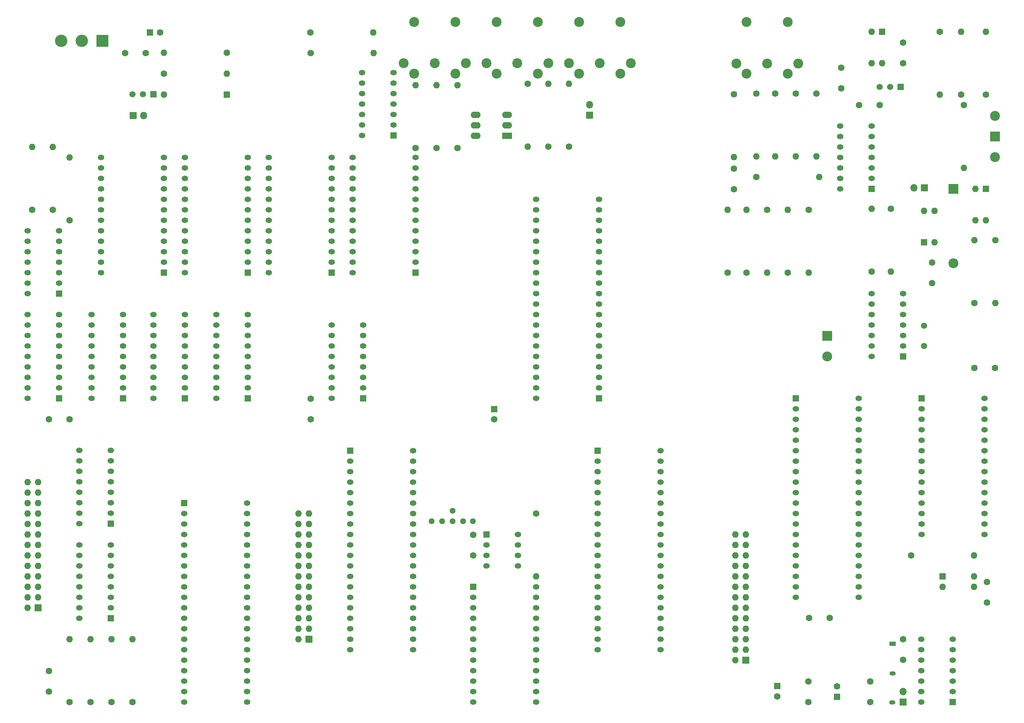
<source format=gbr>
%TF.GenerationSoftware,KiCad,Pcbnew,7.0.1*%
%TF.CreationDate,2023-11-29T11:44:19+01:00*%
%TF.ProjectId,DLP,444c502e-6b69-4636-9164-5f7063625858,rev?*%
%TF.SameCoordinates,Original*%
%TF.FileFunction,Soldermask,Top*%
%TF.FilePolarity,Negative*%
%FSLAX46Y46*%
G04 Gerber Fmt 4.6, Leading zero omitted, Abs format (unit mm)*
G04 Created by KiCad (PCBNEW 7.0.1) date 2023-11-29 11:44:19*
%MOMM*%
%LPD*%
G01*
G04 APERTURE LIST*
%ADD10R,1.600000X1.600000*%
%ADD11O,1.600000X1.300000*%
%ADD12O,1.600000X1.600000*%
%ADD13C,1.440000*%
%ADD14C,1.600000*%
%ADD15R,2.400000X2.400000*%
%ADD16O,2.400000X2.400000*%
%ADD17C,1.500000*%
%ADD18R,3.000000X3.000000*%
%ADD19O,3.000000X3.000000*%
%ADD20R,2.400000X1.600000*%
%ADD21O,2.400000X1.600000*%
%ADD22R,1.500000X1.500000*%
%ADD23R,1.800000X1.800000*%
%ADD24O,1.800000X1.800000*%
%ADD25R,1.500000X1.050000*%
%ADD26O,1.500000X1.050000*%
%ADD27R,1.700000X1.700000*%
%ADD28C,2.400000*%
G04 APERTURE END LIST*
D10*
%TO.C,D101*%
X292100000Y-146040000D03*
D11*
X292100000Y-143500000D03*
X292100000Y-140960000D03*
X292100000Y-138420000D03*
X292100000Y-135880000D03*
X292100000Y-133340000D03*
X292100000Y-130800000D03*
X284480000Y-130800000D03*
X284480000Y-133340000D03*
X284480000Y-135880000D03*
X284480000Y-138420000D03*
X284480000Y-140960000D03*
X284480000Y-143500000D03*
X284480000Y-146040000D03*
%TD*%
D10*
%TO.C,D102*%
X304120000Y-229870000D03*
D11*
X304120000Y-227330000D03*
X304120000Y-224790000D03*
X304120000Y-222250000D03*
X304120000Y-219710000D03*
X304120000Y-217170000D03*
X304120000Y-214630000D03*
X296500000Y-214630000D03*
X296500000Y-217170000D03*
X296500000Y-219710000D03*
X296500000Y-222250000D03*
X296500000Y-224790000D03*
X296500000Y-227330000D03*
X296500000Y-229870000D03*
%TD*%
D10*
%TO.C,D104*%
X218440000Y-156210000D03*
D11*
X218440000Y-153670000D03*
X218440000Y-151130000D03*
X218440000Y-148590000D03*
X218440000Y-146050000D03*
X218440000Y-143510000D03*
X218440000Y-140970000D03*
X218440000Y-138430000D03*
X218440000Y-135890000D03*
X218440000Y-133350000D03*
X218440000Y-130810000D03*
X218440000Y-128270000D03*
X218440000Y-125730000D03*
X218440000Y-123190000D03*
X218440000Y-120650000D03*
X218440000Y-118110000D03*
X218440000Y-115570000D03*
X218440000Y-113030000D03*
X218440000Y-110490000D03*
X218440000Y-107950000D03*
X203200000Y-107950000D03*
X203200000Y-110490000D03*
X203200000Y-113030000D03*
X203200000Y-115570000D03*
X203200000Y-118110000D03*
X203200000Y-120650000D03*
X203200000Y-123190000D03*
X203200000Y-125730000D03*
X203200000Y-128270000D03*
X203200000Y-130810000D03*
X203200000Y-133350000D03*
X203200000Y-135890000D03*
X203200000Y-138430000D03*
X203200000Y-140970000D03*
X203200000Y-143510000D03*
X203200000Y-146050000D03*
X203200000Y-148590000D03*
X203200000Y-151130000D03*
X203200000Y-153670000D03*
X203200000Y-156210000D03*
%TD*%
D10*
%TO.C,D105*%
X161290000Y-156210000D03*
D11*
X161290000Y-153670000D03*
X161290000Y-151130000D03*
X161290000Y-148590000D03*
X161290000Y-146050000D03*
X161290000Y-143510000D03*
X161290000Y-140970000D03*
X161290000Y-138430000D03*
X153670000Y-138430000D03*
X153670000Y-140970000D03*
X153670000Y-143510000D03*
X153670000Y-146050000D03*
X153670000Y-148590000D03*
X153670000Y-151130000D03*
X153670000Y-153670000D03*
X153670000Y-156210000D03*
%TD*%
D10*
%TO.C,N101*%
X312120000Y-105410000D03*
D12*
X309580000Y-105410000D03*
X309580000Y-113030000D03*
X312120000Y-113030000D03*
%TD*%
D13*
%TO.C,RV45*%
X177880000Y-186015000D03*
X180380000Y-186015000D03*
X182920000Y-186015000D03*
X182920000Y-183475000D03*
X185460000Y-186015000D03*
X187880000Y-186015000D03*
%TD*%
D10*
%TO.C,D129*%
X158120000Y-168910000D03*
D11*
X158120000Y-171450000D03*
X158120000Y-173990000D03*
X158120000Y-176530000D03*
X158120000Y-179070000D03*
X158120000Y-181610000D03*
X158120000Y-184150000D03*
X158120000Y-186690000D03*
X158120000Y-189230000D03*
X158120000Y-191770000D03*
X158120000Y-194310000D03*
X158120000Y-196850000D03*
X158120000Y-199390000D03*
X158120000Y-201930000D03*
X158120000Y-204470000D03*
X158120000Y-207010000D03*
X158120000Y-209550000D03*
X158120000Y-212090000D03*
X158120000Y-214630000D03*
X158120000Y-217170000D03*
X173360000Y-217170000D03*
X173360000Y-214630000D03*
X173360000Y-212090000D03*
X173360000Y-209550000D03*
X173360000Y-207010000D03*
X173360000Y-204470000D03*
X173360000Y-201930000D03*
X173360000Y-199390000D03*
X173360000Y-196850000D03*
X173360000Y-194310000D03*
X173360000Y-191770000D03*
X173360000Y-189230000D03*
X173360000Y-186690000D03*
X173360000Y-184150000D03*
X173360000Y-181610000D03*
X173360000Y-179070000D03*
X173360000Y-176530000D03*
X173360000Y-173990000D03*
X173360000Y-171450000D03*
X173360000Y-168910000D03*
%TD*%
D10*
%TO.C,D130*%
X218120000Y-168910000D03*
D11*
X218120000Y-171450000D03*
X218120000Y-173990000D03*
X218120000Y-176530000D03*
X218120000Y-179070000D03*
X218120000Y-181610000D03*
X218120000Y-184150000D03*
X218120000Y-186690000D03*
X218120000Y-189230000D03*
X218120000Y-191770000D03*
X218120000Y-194310000D03*
X218120000Y-196850000D03*
X218120000Y-199390000D03*
X218120000Y-201930000D03*
X218120000Y-204470000D03*
X218120000Y-207010000D03*
X218120000Y-209550000D03*
X218120000Y-212090000D03*
X218120000Y-214630000D03*
X218120000Y-217170000D03*
X233360000Y-217170000D03*
X233360000Y-214630000D03*
X233360000Y-212090000D03*
X233360000Y-209550000D03*
X233360000Y-207010000D03*
X233360000Y-204470000D03*
X233360000Y-201930000D03*
X233360000Y-199390000D03*
X233360000Y-196850000D03*
X233360000Y-194310000D03*
X233360000Y-191770000D03*
X233360000Y-189230000D03*
X233360000Y-186690000D03*
X233360000Y-184150000D03*
X233360000Y-181610000D03*
X233360000Y-179070000D03*
X233360000Y-176530000D03*
X233360000Y-173990000D03*
X233360000Y-171450000D03*
X233360000Y-168910000D03*
%TD*%
D10*
%TO.C,D122*%
X117880000Y-181610000D03*
D11*
X117880000Y-184150000D03*
X117880000Y-186690000D03*
X117880000Y-189230000D03*
X117880000Y-191770000D03*
X117880000Y-194310000D03*
X117880000Y-196850000D03*
X117880000Y-199390000D03*
X117880000Y-201930000D03*
X117880000Y-204470000D03*
X117880000Y-207010000D03*
X117880000Y-209550000D03*
X117880000Y-212090000D03*
X117880000Y-214630000D03*
X117880000Y-217170000D03*
X117880000Y-219710000D03*
X117880000Y-222250000D03*
X117880000Y-224790000D03*
X117880000Y-227330000D03*
X117880000Y-229870000D03*
X133120000Y-229870000D03*
X133120000Y-227330000D03*
X133120000Y-224790000D03*
X133120000Y-222250000D03*
X133120000Y-219710000D03*
X133120000Y-217170000D03*
X133120000Y-214630000D03*
X133120000Y-212090000D03*
X133120000Y-209550000D03*
X133120000Y-207010000D03*
X133120000Y-204470000D03*
X133120000Y-201930000D03*
X133120000Y-199390000D03*
X133120000Y-196850000D03*
X133120000Y-194310000D03*
X133120000Y-191770000D03*
X133120000Y-189230000D03*
X133120000Y-186690000D03*
X133120000Y-184150000D03*
X133120000Y-181610000D03*
%TD*%
D10*
%TO.C,D114*%
X118110000Y-156210000D03*
D11*
X118110000Y-153670000D03*
X118110000Y-151130000D03*
X118110000Y-148590000D03*
X118110000Y-146050000D03*
X118110000Y-143510000D03*
X118110000Y-140970000D03*
X118110000Y-138430000D03*
X118110000Y-135890000D03*
X110490000Y-135890000D03*
X110490000Y-138430000D03*
X110490000Y-140970000D03*
X110490000Y-143510000D03*
X110490000Y-146050000D03*
X110490000Y-148590000D03*
X110490000Y-151130000D03*
X110490000Y-153670000D03*
X110490000Y-156210000D03*
%TD*%
D10*
%TO.C,D112*%
X87630000Y-156210000D03*
D11*
X87630000Y-153670000D03*
X87630000Y-151130000D03*
X87630000Y-148590000D03*
X87630000Y-146050000D03*
X87630000Y-143510000D03*
X87630000Y-140970000D03*
X87630000Y-138430000D03*
X87630000Y-135890000D03*
X80010000Y-135890000D03*
X80010000Y-138430000D03*
X80010000Y-140970000D03*
X80010000Y-143510000D03*
X80010000Y-146050000D03*
X80010000Y-148590000D03*
X80010000Y-151130000D03*
X80010000Y-153670000D03*
X80010000Y-156210000D03*
%TD*%
D10*
%TO.C,D115*%
X133350000Y-156210000D03*
D11*
X133350000Y-153670000D03*
X133350000Y-151130000D03*
X133350000Y-148590000D03*
X133350000Y-146050000D03*
X133350000Y-143510000D03*
X133350000Y-140970000D03*
X133350000Y-138430000D03*
X133350000Y-135890000D03*
X125730000Y-135890000D03*
X125730000Y-138430000D03*
X125730000Y-140970000D03*
X125730000Y-143510000D03*
X125730000Y-146050000D03*
X125730000Y-148590000D03*
X125730000Y-151130000D03*
X125730000Y-153670000D03*
X125730000Y-156210000D03*
%TD*%
D10*
%TO.C,D113*%
X103120000Y-156210000D03*
D11*
X103120000Y-153670000D03*
X103120000Y-151130000D03*
X103120000Y-148590000D03*
X103120000Y-146050000D03*
X103120000Y-143510000D03*
X103120000Y-140970000D03*
X103120000Y-138430000D03*
X103120000Y-135890000D03*
X95500000Y-135890000D03*
X95500000Y-138430000D03*
X95500000Y-140970000D03*
X95500000Y-143510000D03*
X95500000Y-146050000D03*
X95500000Y-148590000D03*
X95500000Y-151130000D03*
X95500000Y-153670000D03*
X95500000Y-156210000D03*
%TD*%
D10*
%TO.C,D117*%
X87630000Y-130810000D03*
D11*
X87630000Y-128270000D03*
X87630000Y-125730000D03*
X87630000Y-123190000D03*
X87630000Y-120650000D03*
X87630000Y-118110000D03*
X87630000Y-115570000D03*
X80010000Y-115570000D03*
X80010000Y-118110000D03*
X80010000Y-120650000D03*
X80010000Y-123190000D03*
X80010000Y-125730000D03*
X80010000Y-128270000D03*
X80010000Y-130810000D03*
%TD*%
D10*
%TO.C,D116*%
X296545000Y-156210000D03*
D11*
X296545000Y-158750000D03*
X296545000Y-161290000D03*
X296545000Y-163830000D03*
X296545000Y-166370000D03*
X296545000Y-168910000D03*
X296545000Y-171450000D03*
X296545000Y-173990000D03*
X296545000Y-176530000D03*
X296545000Y-179070000D03*
X296545000Y-181610000D03*
X296545000Y-184150000D03*
X296545000Y-186690000D03*
X296545000Y-189230000D03*
X311785000Y-189230000D03*
X311785000Y-186690000D03*
X311785000Y-184150000D03*
X311785000Y-181610000D03*
X311785000Y-179070000D03*
X311785000Y-176530000D03*
X311785000Y-173990000D03*
X311785000Y-171450000D03*
X311785000Y-168910000D03*
X311785000Y-166370000D03*
X311785000Y-163830000D03*
X311785000Y-161290000D03*
X311785000Y-158750000D03*
X311785000Y-156210000D03*
%TD*%
D10*
%TO.C,N105*%
X301625000Y-199390000D03*
D12*
X301625000Y-201930000D03*
X309245000Y-201930000D03*
X309245000Y-199390000D03*
%TD*%
D10*
%TO.C,N102*%
X191145000Y-189230000D03*
D11*
X191145000Y-191770000D03*
X191145000Y-194310000D03*
X191145000Y-196850000D03*
X198765000Y-196850000D03*
X198765000Y-194310000D03*
X198765000Y-191770000D03*
X198765000Y-189230000D03*
%TD*%
D14*
%TO.C,C105*%
X299120000Y-123270000D03*
X299120000Y-128270000D03*
%TD*%
%TO.C,C101*%
X314372000Y-148844000D03*
X309372000Y-148844000D03*
%TD*%
D15*
%TO.C,C102*%
X304292000Y-105444000D03*
D16*
X304292000Y-123444000D03*
%TD*%
D10*
%TO.C,C103*%
X193040000Y-158790000D03*
D14*
X193040000Y-161290000D03*
%TD*%
%TO.C,C104*%
X292100000Y-219630000D03*
X292100000Y-214630000D03*
%TD*%
D17*
%TO.C,C109*%
X297120000Y-143500000D03*
X297120000Y-138620000D03*
%TD*%
D14*
%TO.C,C110*%
X108620000Y-72500000D03*
X103620000Y-72500000D03*
%TD*%
D10*
%TO.C,C111*%
X109620000Y-67500000D03*
D14*
X112120000Y-67500000D03*
%TD*%
%TO.C,C114*%
X274280000Y-209500000D03*
X269280000Y-209500000D03*
%TD*%
%TO.C,C130*%
X85120000Y-222330000D03*
X85120000Y-227330000D03*
%TD*%
%TO.C,C132*%
X90170000Y-161290000D03*
X85170000Y-161290000D03*
%TD*%
%TO.C,C134*%
X292100000Y-74890000D03*
X292100000Y-69890000D03*
%TD*%
D10*
%TO.C,C142*%
X261620000Y-226000000D03*
D14*
X261620000Y-228500000D03*
%TD*%
%TO.C,C143*%
X269120000Y-229830000D03*
X269120000Y-224830000D03*
%TD*%
D10*
%TO.C,C144*%
X276120000Y-228560000D03*
D14*
X276120000Y-226060000D03*
%TD*%
%TO.C,C145*%
X284120000Y-224830000D03*
X284120000Y-229830000D03*
%TD*%
%TO.C,C146*%
X251120000Y-100500000D03*
X251120000Y-105500000D03*
%TD*%
%TO.C,C147*%
X277120000Y-76000000D03*
X277120000Y-81000000D03*
%TD*%
%TO.C,C148*%
X281385000Y-85090000D03*
X286385000Y-85090000D03*
%TD*%
%TO.C,C149*%
X312420000Y-200740000D03*
X312420000Y-205740000D03*
%TD*%
%TO.C,C150*%
X187960000Y-189270000D03*
X187960000Y-194270000D03*
%TD*%
D10*
%TO.C,D1*%
X128270000Y-82550000D03*
D12*
X113030000Y-82550000D03*
%TD*%
D10*
%TO.C,D123*%
X100120000Y-186580000D03*
D11*
X100120000Y-184040000D03*
X100120000Y-181500000D03*
X100120000Y-178960000D03*
X100120000Y-176420000D03*
X100120000Y-173880000D03*
X100120000Y-171340000D03*
X100120000Y-168800000D03*
X92500000Y-168800000D03*
X92500000Y-171340000D03*
X92500000Y-173880000D03*
X92500000Y-176420000D03*
X92500000Y-178960000D03*
X92500000Y-181500000D03*
X92500000Y-184040000D03*
X92500000Y-186580000D03*
%TD*%
D10*
%TO.C,D124*%
X100120000Y-209550000D03*
D11*
X100120000Y-207010000D03*
X100120000Y-204470000D03*
X100120000Y-201930000D03*
X100120000Y-199390000D03*
X100120000Y-196850000D03*
X100120000Y-194310000D03*
X100120000Y-191770000D03*
X92500000Y-191770000D03*
X92500000Y-194310000D03*
X92500000Y-196850000D03*
X92500000Y-199390000D03*
X92500000Y-201930000D03*
X92500000Y-204470000D03*
X92500000Y-207010000D03*
X92500000Y-209550000D03*
%TD*%
D10*
%TO.C,D125*%
X266065000Y-156210000D03*
D11*
X266065000Y-158750000D03*
X266065000Y-161290000D03*
X266065000Y-163830000D03*
X266065000Y-166370000D03*
X266065000Y-168910000D03*
X266065000Y-171450000D03*
X266065000Y-173990000D03*
X266065000Y-176530000D03*
X266065000Y-179070000D03*
X266065000Y-181610000D03*
X266065000Y-184150000D03*
X266065000Y-186690000D03*
X266065000Y-189230000D03*
X266065000Y-191770000D03*
X266065000Y-194310000D03*
X266065000Y-196850000D03*
X266065000Y-199390000D03*
X266065000Y-201930000D03*
X266065000Y-204470000D03*
X281305000Y-204470000D03*
X281305000Y-201930000D03*
X281305000Y-199390000D03*
X281305000Y-196850000D03*
X281305000Y-194310000D03*
X281305000Y-191770000D03*
X281305000Y-189230000D03*
X281305000Y-186690000D03*
X281305000Y-184150000D03*
X281305000Y-181610000D03*
X281305000Y-179070000D03*
X281305000Y-176530000D03*
X281305000Y-173990000D03*
X281305000Y-171450000D03*
X281305000Y-168910000D03*
X281305000Y-166370000D03*
X281305000Y-163830000D03*
X281305000Y-161290000D03*
X281305000Y-158750000D03*
X281305000Y-156210000D03*
%TD*%
D10*
%TO.C,D131*%
X284480000Y-105410000D03*
D11*
X284480000Y-102870000D03*
X284480000Y-100330000D03*
X284480000Y-97790000D03*
X284480000Y-95250000D03*
X284480000Y-92710000D03*
X284480000Y-90170000D03*
X276860000Y-90170000D03*
X276860000Y-92710000D03*
X276860000Y-95250000D03*
X276860000Y-97790000D03*
X276860000Y-100330000D03*
X276860000Y-102870000D03*
X276860000Y-105410000D03*
%TD*%
D18*
%TO.C,J3*%
X98120000Y-69500000D03*
D19*
X93120000Y-69500000D03*
X88120000Y-69500000D03*
%TD*%
D10*
%TO.C,N103*%
X287020000Y-67310000D03*
D12*
X284480000Y-67310000D03*
X284480000Y-74930000D03*
X287020000Y-74930000D03*
%TD*%
D10*
%TO.C,N104*%
X187960000Y-201930000D03*
D11*
X187960000Y-204470000D03*
X187960000Y-207010000D03*
X187960000Y-209550000D03*
X187960000Y-212090000D03*
X187960000Y-214630000D03*
X187960000Y-217170000D03*
X187960000Y-219710000D03*
X187960000Y-222250000D03*
X187960000Y-224790000D03*
X187960000Y-227330000D03*
X187960000Y-229870000D03*
X203200000Y-229870000D03*
X203200000Y-227330000D03*
X203200000Y-224790000D03*
X203200000Y-222250000D03*
X203200000Y-219710000D03*
X203200000Y-217170000D03*
X203200000Y-214630000D03*
X203200000Y-212090000D03*
X203200000Y-209550000D03*
X203200000Y-207010000D03*
X203200000Y-204470000D03*
X203200000Y-201930000D03*
%TD*%
D14*
%TO.C,R149*%
X251120000Y-82500000D03*
D12*
X251120000Y-97740000D03*
%TD*%
D14*
%TO.C,R139*%
X148590000Y-72500000D03*
D12*
X163830000Y-72500000D03*
%TD*%
D14*
%TO.C,R102*%
X314452000Y-117856000D03*
D12*
X314452000Y-133096000D03*
%TD*%
D14*
%TO.C,R101*%
X309372000Y-133096000D03*
D12*
X309372000Y-117856000D03*
%TD*%
D14*
%TO.C,R105*%
X284480000Y-125476000D03*
D12*
X284480000Y-110236000D03*
%TD*%
D14*
%TO.C,R106*%
X264120000Y-125730000D03*
D12*
X264120000Y-110490000D03*
%TD*%
D14*
%TO.C,R107*%
X269240000Y-110490000D03*
D12*
X269240000Y-125730000D03*
%TD*%
D14*
%TO.C,R108*%
X259120000Y-110490000D03*
D12*
X259120000Y-125730000D03*
%TD*%
D14*
%TO.C,R109*%
X254120000Y-125730000D03*
D12*
X254120000Y-110490000D03*
%TD*%
D14*
%TO.C,R110*%
X249555000Y-125730000D03*
D12*
X249555000Y-110490000D03*
%TD*%
D14*
%TO.C,R111*%
X289120000Y-110236000D03*
D12*
X289120000Y-125476000D03*
%TD*%
D14*
%TO.C,R115*%
X81120000Y-110490000D03*
D12*
X81120000Y-95250000D03*
%TD*%
D14*
%TO.C,R116*%
X86120000Y-110490000D03*
D12*
X86120000Y-95250000D03*
%TD*%
D14*
%TO.C,R117*%
X128270000Y-72390000D03*
D12*
X113030000Y-72390000D03*
%TD*%
D14*
%TO.C,R118*%
X113030000Y-77500000D03*
D12*
X128270000Y-77500000D03*
%TD*%
D14*
%TO.C,R123*%
X90170000Y-113030000D03*
D12*
X90170000Y-97790000D03*
%TD*%
D14*
%TO.C,R125*%
X294005000Y-194310000D03*
D12*
X309245000Y-194310000D03*
%TD*%
D14*
%TO.C,R133*%
X105410000Y-229870000D03*
D12*
X105410000Y-214630000D03*
%TD*%
D14*
%TO.C,R132*%
X100330000Y-229870000D03*
D12*
X100330000Y-214630000D03*
%TD*%
D14*
%TO.C,R131*%
X95250000Y-229870000D03*
D12*
X95250000Y-214630000D03*
%TD*%
D14*
%TO.C,R130*%
X90170000Y-229870000D03*
D12*
X90170000Y-214630000D03*
%TD*%
D14*
%TO.C,R134*%
X148500000Y-67500000D03*
D12*
X163740000Y-67500000D03*
%TD*%
D14*
%TO.C,R135*%
X179070000Y-95500000D03*
D12*
X179070000Y-80260000D03*
%TD*%
D14*
%TO.C,R136*%
X173990000Y-95500000D03*
D12*
X173990000Y-80260000D03*
%TD*%
D14*
%TO.C,R137*%
X211120000Y-95120000D03*
D12*
X211120000Y-79880000D03*
%TD*%
D14*
%TO.C,R138*%
X184150000Y-95500000D03*
D12*
X184150000Y-80260000D03*
%TD*%
D14*
%TO.C,R140*%
X206120000Y-95120000D03*
D12*
X206120000Y-79880000D03*
%TD*%
D14*
%TO.C,R141*%
X201120000Y-79880000D03*
D12*
X201120000Y-95120000D03*
%TD*%
D14*
%TO.C,R142*%
X300990000Y-67310000D03*
D12*
X300990000Y-82550000D03*
%TD*%
D14*
%TO.C,R143*%
X312120000Y-82550000D03*
D12*
X312120000Y-67310000D03*
%TD*%
D14*
%TO.C,R144*%
X306120000Y-82550000D03*
D12*
X306120000Y-67310000D03*
%TD*%
D14*
%TO.C,R146*%
X306832000Y-85090000D03*
D12*
X306832000Y-100330000D03*
%TD*%
D14*
%TO.C,R150*%
X256540000Y-82296000D03*
D12*
X256540000Y-97536000D03*
%TD*%
D14*
%TO.C,R152*%
X261120000Y-82296000D03*
D12*
X261120000Y-97536000D03*
%TD*%
D14*
%TO.C,R153*%
X266120000Y-82296000D03*
D12*
X266120000Y-97536000D03*
%TD*%
D14*
%TO.C,R154*%
X271120000Y-82296000D03*
D12*
X271120000Y-97536000D03*
%TD*%
D14*
%TO.C,R155*%
X256540000Y-102500000D03*
D12*
X271780000Y-102500000D03*
%TD*%
D14*
%TO.C,R159*%
X203200000Y-184150000D03*
D12*
X203200000Y-199390000D03*
%TD*%
D10*
%TO.C,SW1*%
X297175000Y-118364000D03*
D12*
X299715000Y-118364000D03*
X299715000Y-110744000D03*
X297175000Y-110744000D03*
%TD*%
D20*
%TO.C,U1*%
X196120000Y-92500000D03*
D21*
X196120000Y-89960000D03*
X196120000Y-87420000D03*
X188500000Y-87420000D03*
X188500000Y-89960000D03*
X188500000Y-92500000D03*
%TD*%
D22*
%TO.C,V101*%
X110500000Y-82500000D03*
D17*
X107960000Y-82500000D03*
X105420000Y-82500000D03*
%TD*%
D23*
%TO.C,V102*%
X297209000Y-105156000D03*
D24*
X294669000Y-105156000D03*
%TD*%
D23*
%TO.C,V103*%
X105580000Y-87630000D03*
D24*
X108120000Y-87630000D03*
%TD*%
D23*
%TO.C,V104*%
X292120000Y-229870000D03*
D24*
X292120000Y-227330000D03*
%TD*%
D25*
%TO.C,V105*%
X289560000Y-215709000D03*
D26*
X289560000Y-222885000D03*
X289455000Y-229933000D03*
%TD*%
D23*
%TO.C,V110*%
X216120000Y-87500000D03*
D24*
X216120000Y-84960000D03*
%TD*%
D22*
%TO.C,V112*%
X291465000Y-80645000D03*
D17*
X288925000Y-80645000D03*
X286385000Y-80645000D03*
%TD*%
D27*
%TO.C,X120A1*%
X254000000Y-219710000D03*
D12*
X251460000Y-219710000D03*
X254000000Y-217170000D03*
X251460000Y-217170000D03*
X254000000Y-214630000D03*
X251460000Y-214630000D03*
X254000000Y-212090000D03*
X251460000Y-212090000D03*
X254000000Y-209550000D03*
X251460000Y-209550000D03*
X254000000Y-207010000D03*
X251460000Y-207010000D03*
X254000000Y-204470000D03*
X251460000Y-204470000D03*
X254000000Y-201930000D03*
X251460000Y-201930000D03*
X254000000Y-199390000D03*
X251460000Y-199390000D03*
X254000000Y-196850000D03*
X251460000Y-196850000D03*
X254000000Y-194310000D03*
X251460000Y-194310000D03*
X254000000Y-191770000D03*
X251460000Y-191770000D03*
X254000000Y-189230000D03*
X251460000Y-189230000D03*
%TD*%
D27*
%TO.C,X130B1*%
X148120000Y-214630000D03*
D12*
X145580000Y-214630000D03*
X148120000Y-212090000D03*
X145580000Y-212090000D03*
X148120000Y-209550000D03*
X145580000Y-209550000D03*
X148120000Y-207010000D03*
X145580000Y-207010000D03*
X148120000Y-204470000D03*
X145580000Y-204470000D03*
X148120000Y-201930000D03*
X145580000Y-201930000D03*
X148120000Y-199390000D03*
X145580000Y-199390000D03*
X148120000Y-196850000D03*
X145580000Y-196850000D03*
X148120000Y-194310000D03*
X145580000Y-194310000D03*
X148120000Y-191770000D03*
X145580000Y-191770000D03*
X148120000Y-189230000D03*
X145580000Y-189230000D03*
X148120000Y-186690000D03*
X145580000Y-186690000D03*
X148120000Y-184150000D03*
X145580000Y-184150000D03*
%TD*%
D27*
%TO.C,X160M1*%
X82550000Y-207010000D03*
D12*
X80010000Y-207010000D03*
X82550000Y-204470000D03*
X80010000Y-204470000D03*
X82550000Y-201930000D03*
X80010000Y-201930000D03*
X82550000Y-199390000D03*
X80010000Y-199390000D03*
X82550000Y-196850000D03*
X80010000Y-196850000D03*
X82550000Y-194310000D03*
X80010000Y-194310000D03*
X82550000Y-191770000D03*
X80010000Y-191770000D03*
X82550000Y-189230000D03*
X80010000Y-189230000D03*
X82550000Y-186690000D03*
X80010000Y-186690000D03*
X82550000Y-184150000D03*
X80010000Y-184150000D03*
X82550000Y-181610000D03*
X80010000Y-181610000D03*
X82550000Y-179070000D03*
X80010000Y-179070000D03*
X82550000Y-176530000D03*
X80010000Y-176530000D03*
%TD*%
D28*
%TO.C,XMI1*%
X211120000Y-74930000D03*
X213620000Y-64930000D03*
X218620000Y-74930000D03*
X223620000Y-64930000D03*
X226120000Y-74930000D03*
X213620000Y-77430000D03*
X223620000Y-77430000D03*
%TD*%
%TO.C,XMO1*%
X171120000Y-74930000D03*
X173620000Y-64930000D03*
X178620000Y-74930000D03*
X183620000Y-64930000D03*
X186120000Y-74930000D03*
X173620000Y-77430000D03*
X183620000Y-77430000D03*
%TD*%
%TO.C,XMT1*%
X191120000Y-74930000D03*
X193620000Y-64930000D03*
X198620000Y-74930000D03*
X203620000Y-64930000D03*
X206120000Y-74930000D03*
X193620000Y-77430000D03*
X203620000Y-77430000D03*
%TD*%
%TO.C,XTP1*%
X251660000Y-74970000D03*
X254160000Y-64970000D03*
X259160000Y-74970000D03*
X264160000Y-64970000D03*
X266660000Y-74970000D03*
X254160000Y-77470000D03*
X264160000Y-77470000D03*
%TD*%
D10*
%TO.C,D126*%
X168656000Y-92456000D03*
D11*
X168656000Y-89916000D03*
X168656000Y-87376000D03*
X168656000Y-84836000D03*
X168656000Y-82296000D03*
X168656000Y-79756000D03*
X168656000Y-77216000D03*
X161036000Y-77216000D03*
X161036000Y-79756000D03*
X161036000Y-82296000D03*
X161036000Y-84836000D03*
X161036000Y-87376000D03*
X161036000Y-89916000D03*
X161036000Y-92456000D03*
%TD*%
D10*
%TO.C,D106*%
X113030000Y-125730000D03*
D11*
X113030000Y-123190000D03*
X113030000Y-120650000D03*
X113030000Y-118110000D03*
X113030000Y-115570000D03*
X113030000Y-113030000D03*
X113030000Y-110490000D03*
X113030000Y-107950000D03*
X113030000Y-105410000D03*
X113030000Y-102870000D03*
X113030000Y-100330000D03*
X113030000Y-97790000D03*
X97790000Y-97790000D03*
X97790000Y-100330000D03*
X97790000Y-102870000D03*
X97790000Y-105410000D03*
X97790000Y-107950000D03*
X97790000Y-110490000D03*
X97790000Y-113030000D03*
X97790000Y-115570000D03*
X97790000Y-118110000D03*
X97790000Y-120650000D03*
X97790000Y-123190000D03*
X97790000Y-125730000D03*
%TD*%
D10*
%TO.C,D107*%
X133350000Y-125730000D03*
D11*
X133350000Y-123190000D03*
X133350000Y-120650000D03*
X133350000Y-118110000D03*
X133350000Y-115570000D03*
X133350000Y-113030000D03*
X133350000Y-110490000D03*
X133350000Y-107950000D03*
X133350000Y-105410000D03*
X133350000Y-102870000D03*
X133350000Y-100330000D03*
X133350000Y-97790000D03*
X118110000Y-97790000D03*
X118110000Y-100330000D03*
X118110000Y-102870000D03*
X118110000Y-105410000D03*
X118110000Y-107950000D03*
X118110000Y-110490000D03*
X118110000Y-113030000D03*
X118110000Y-115570000D03*
X118110000Y-118110000D03*
X118110000Y-120650000D03*
X118110000Y-123190000D03*
X118110000Y-125730000D03*
%TD*%
D10*
%TO.C,D108*%
X153650000Y-125735000D03*
D11*
X153650000Y-123195000D03*
X153650000Y-120655000D03*
X153650000Y-118115000D03*
X153650000Y-115575000D03*
X153650000Y-113035000D03*
X153650000Y-110495000D03*
X153650000Y-107955000D03*
X153650000Y-105415000D03*
X153650000Y-102875000D03*
X153650000Y-100335000D03*
X153650000Y-97795000D03*
X138410000Y-97795000D03*
X138410000Y-100335000D03*
X138410000Y-102875000D03*
X138410000Y-105415000D03*
X138410000Y-107955000D03*
X138410000Y-110495000D03*
X138410000Y-113035000D03*
X138410000Y-115575000D03*
X138410000Y-118115000D03*
X138410000Y-120655000D03*
X138410000Y-123195000D03*
X138410000Y-125735000D03*
%TD*%
D10*
%TO.C,D109*%
X173970000Y-125735000D03*
D11*
X173970000Y-123195000D03*
X173970000Y-120655000D03*
X173970000Y-118115000D03*
X173970000Y-115575000D03*
X173970000Y-113035000D03*
X173970000Y-110495000D03*
X173970000Y-107955000D03*
X173970000Y-105415000D03*
X173970000Y-102875000D03*
X173970000Y-100335000D03*
X173970000Y-97795000D03*
X158730000Y-97795000D03*
X158730000Y-100335000D03*
X158730000Y-102875000D03*
X158730000Y-105415000D03*
X158730000Y-107955000D03*
X158730000Y-110495000D03*
X158730000Y-113035000D03*
X158730000Y-115575000D03*
X158730000Y-118115000D03*
X158730000Y-120655000D03*
X158730000Y-123195000D03*
X158730000Y-125735000D03*
%TD*%
D14*
%TO.C,C104*%
X148590000Y-161290000D03*
X148590000Y-156290000D03*
%TD*%
D15*
%TO.C,J2*%
X273685000Y-141050000D03*
D28*
X273685000Y-146050000D03*
%TD*%
D15*
%TO.C,J1*%
X314325000Y-92710000D03*
D28*
X314325000Y-87710000D03*
X314325000Y-97710000D03*
%TD*%
M02*

</source>
